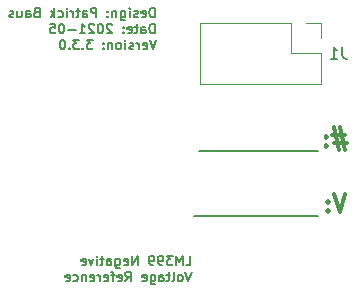
<source format=gbr>
G04 #@! TF.GenerationSoftware,KiCad,Pcbnew,5.1.10*
G04 #@! TF.CreationDate,2021-05-20T12:45:11+02:00*
G04 #@! TF.ProjectId,reference_board,72656665-7265-46e6-9365-5f626f617264,v3.2.2*
G04 #@! TF.SameCoordinates,Original*
G04 #@! TF.FileFunction,Legend,Bot*
G04 #@! TF.FilePolarity,Positive*
%FSLAX46Y46*%
G04 Gerber Fmt 4.6, Leading zero omitted, Abs format (unit mm)*
G04 Created by KiCad (PCBNEW 5.1.10) date 2021-05-20 12:45:11*
%MOMM*%
%LPD*%
G01*
G04 APERTURE LIST*
%ADD10C,0.200000*%
%ADD11C,0.300000*%
%ADD12C,0.150000*%
%ADD13C,0.120000*%
G04 APERTURE END LIST*
D10*
X131000000Y-68000000D02*
X120500000Y-68000000D01*
D11*
X133357142Y-66178571D02*
X132857142Y-67678571D01*
X132357142Y-66178571D01*
X131857142Y-67535714D02*
X131785714Y-67607142D01*
X131857142Y-67678571D01*
X131928571Y-67607142D01*
X131857142Y-67535714D01*
X131857142Y-67678571D01*
X131857142Y-66750000D02*
X131785714Y-66821428D01*
X131857142Y-66892857D01*
X131928571Y-66821428D01*
X131857142Y-66750000D01*
X131857142Y-66892857D01*
D12*
X119831071Y-72186904D02*
X120212023Y-72186904D01*
X120212023Y-71386904D01*
X119564404Y-72186904D02*
X119564404Y-71386904D01*
X119297738Y-71958333D01*
X119031071Y-71386904D01*
X119031071Y-72186904D01*
X118726309Y-71386904D02*
X118231071Y-71386904D01*
X118497738Y-71691666D01*
X118383452Y-71691666D01*
X118307261Y-71729761D01*
X118269166Y-71767857D01*
X118231071Y-71844047D01*
X118231071Y-72034523D01*
X118269166Y-72110714D01*
X118307261Y-72148809D01*
X118383452Y-72186904D01*
X118612023Y-72186904D01*
X118688214Y-72148809D01*
X118726309Y-72110714D01*
X117850119Y-72186904D02*
X117697738Y-72186904D01*
X117621547Y-72148809D01*
X117583452Y-72110714D01*
X117507261Y-71996428D01*
X117469166Y-71844047D01*
X117469166Y-71539285D01*
X117507261Y-71463095D01*
X117545357Y-71425000D01*
X117621547Y-71386904D01*
X117773928Y-71386904D01*
X117850119Y-71425000D01*
X117888214Y-71463095D01*
X117926309Y-71539285D01*
X117926309Y-71729761D01*
X117888214Y-71805952D01*
X117850119Y-71844047D01*
X117773928Y-71882142D01*
X117621547Y-71882142D01*
X117545357Y-71844047D01*
X117507261Y-71805952D01*
X117469166Y-71729761D01*
X117088214Y-72186904D02*
X116935833Y-72186904D01*
X116859642Y-72148809D01*
X116821547Y-72110714D01*
X116745357Y-71996428D01*
X116707261Y-71844047D01*
X116707261Y-71539285D01*
X116745357Y-71463095D01*
X116783452Y-71425000D01*
X116859642Y-71386904D01*
X117012023Y-71386904D01*
X117088214Y-71425000D01*
X117126309Y-71463095D01*
X117164404Y-71539285D01*
X117164404Y-71729761D01*
X117126309Y-71805952D01*
X117088214Y-71844047D01*
X117012023Y-71882142D01*
X116859642Y-71882142D01*
X116783452Y-71844047D01*
X116745357Y-71805952D01*
X116707261Y-71729761D01*
X115754880Y-72186904D02*
X115754880Y-71386904D01*
X115297738Y-72186904D01*
X115297738Y-71386904D01*
X114612023Y-72148809D02*
X114688214Y-72186904D01*
X114840595Y-72186904D01*
X114916785Y-72148809D01*
X114954880Y-72072619D01*
X114954880Y-71767857D01*
X114916785Y-71691666D01*
X114840595Y-71653571D01*
X114688214Y-71653571D01*
X114612023Y-71691666D01*
X114573928Y-71767857D01*
X114573928Y-71844047D01*
X114954880Y-71920238D01*
X113888214Y-71653571D02*
X113888214Y-72301190D01*
X113926309Y-72377380D01*
X113964404Y-72415476D01*
X114040595Y-72453571D01*
X114154880Y-72453571D01*
X114231071Y-72415476D01*
X113888214Y-72148809D02*
X113964404Y-72186904D01*
X114116785Y-72186904D01*
X114192976Y-72148809D01*
X114231071Y-72110714D01*
X114269166Y-72034523D01*
X114269166Y-71805952D01*
X114231071Y-71729761D01*
X114192976Y-71691666D01*
X114116785Y-71653571D01*
X113964404Y-71653571D01*
X113888214Y-71691666D01*
X113164404Y-72186904D02*
X113164404Y-71767857D01*
X113202500Y-71691666D01*
X113278690Y-71653571D01*
X113431071Y-71653571D01*
X113507261Y-71691666D01*
X113164404Y-72148809D02*
X113240595Y-72186904D01*
X113431071Y-72186904D01*
X113507261Y-72148809D01*
X113545357Y-72072619D01*
X113545357Y-71996428D01*
X113507261Y-71920238D01*
X113431071Y-71882142D01*
X113240595Y-71882142D01*
X113164404Y-71844047D01*
X112897738Y-71653571D02*
X112592976Y-71653571D01*
X112783452Y-71386904D02*
X112783452Y-72072619D01*
X112745357Y-72148809D01*
X112669166Y-72186904D01*
X112592976Y-72186904D01*
X112326309Y-72186904D02*
X112326309Y-71653571D01*
X112326309Y-71386904D02*
X112364404Y-71425000D01*
X112326309Y-71463095D01*
X112288214Y-71425000D01*
X112326309Y-71386904D01*
X112326309Y-71463095D01*
X112021547Y-71653571D02*
X111831071Y-72186904D01*
X111640595Y-71653571D01*
X111031071Y-72148809D02*
X111107261Y-72186904D01*
X111259642Y-72186904D01*
X111335833Y-72148809D01*
X111373928Y-72072619D01*
X111373928Y-71767857D01*
X111335833Y-71691666D01*
X111259642Y-71653571D01*
X111107261Y-71653571D01*
X111031071Y-71691666D01*
X110992976Y-71767857D01*
X110992976Y-71844047D01*
X111373928Y-71920238D01*
X120326309Y-72736904D02*
X120059642Y-73536904D01*
X119792976Y-72736904D01*
X119412023Y-73536904D02*
X119488214Y-73498809D01*
X119526309Y-73460714D01*
X119564404Y-73384523D01*
X119564404Y-73155952D01*
X119526309Y-73079761D01*
X119488214Y-73041666D01*
X119412023Y-73003571D01*
X119297738Y-73003571D01*
X119221547Y-73041666D01*
X119183452Y-73079761D01*
X119145357Y-73155952D01*
X119145357Y-73384523D01*
X119183452Y-73460714D01*
X119221547Y-73498809D01*
X119297738Y-73536904D01*
X119412023Y-73536904D01*
X118688214Y-73536904D02*
X118764404Y-73498809D01*
X118802500Y-73422619D01*
X118802500Y-72736904D01*
X118497738Y-73003571D02*
X118192976Y-73003571D01*
X118383452Y-72736904D02*
X118383452Y-73422619D01*
X118345357Y-73498809D01*
X118269166Y-73536904D01*
X118192976Y-73536904D01*
X117583452Y-73536904D02*
X117583452Y-73117857D01*
X117621547Y-73041666D01*
X117697738Y-73003571D01*
X117850119Y-73003571D01*
X117926309Y-73041666D01*
X117583452Y-73498809D02*
X117659642Y-73536904D01*
X117850119Y-73536904D01*
X117926309Y-73498809D01*
X117964404Y-73422619D01*
X117964404Y-73346428D01*
X117926309Y-73270238D01*
X117850119Y-73232142D01*
X117659642Y-73232142D01*
X117583452Y-73194047D01*
X116859642Y-73003571D02*
X116859642Y-73651190D01*
X116897738Y-73727380D01*
X116935833Y-73765476D01*
X117012023Y-73803571D01*
X117126309Y-73803571D01*
X117202500Y-73765476D01*
X116859642Y-73498809D02*
X116935833Y-73536904D01*
X117088214Y-73536904D01*
X117164404Y-73498809D01*
X117202500Y-73460714D01*
X117240595Y-73384523D01*
X117240595Y-73155952D01*
X117202500Y-73079761D01*
X117164404Y-73041666D01*
X117088214Y-73003571D01*
X116935833Y-73003571D01*
X116859642Y-73041666D01*
X116173928Y-73498809D02*
X116250119Y-73536904D01*
X116402500Y-73536904D01*
X116478690Y-73498809D01*
X116516785Y-73422619D01*
X116516785Y-73117857D01*
X116478690Y-73041666D01*
X116402500Y-73003571D01*
X116250119Y-73003571D01*
X116173928Y-73041666D01*
X116135833Y-73117857D01*
X116135833Y-73194047D01*
X116516785Y-73270238D01*
X114726309Y-73536904D02*
X114992976Y-73155952D01*
X115183452Y-73536904D02*
X115183452Y-72736904D01*
X114878690Y-72736904D01*
X114802500Y-72775000D01*
X114764404Y-72813095D01*
X114726309Y-72889285D01*
X114726309Y-73003571D01*
X114764404Y-73079761D01*
X114802500Y-73117857D01*
X114878690Y-73155952D01*
X115183452Y-73155952D01*
X114078690Y-73498809D02*
X114154880Y-73536904D01*
X114307261Y-73536904D01*
X114383452Y-73498809D01*
X114421547Y-73422619D01*
X114421547Y-73117857D01*
X114383452Y-73041666D01*
X114307261Y-73003571D01*
X114154880Y-73003571D01*
X114078690Y-73041666D01*
X114040595Y-73117857D01*
X114040595Y-73194047D01*
X114421547Y-73270238D01*
X113812023Y-73003571D02*
X113507261Y-73003571D01*
X113697738Y-73536904D02*
X113697738Y-72851190D01*
X113659642Y-72775000D01*
X113583452Y-72736904D01*
X113507261Y-72736904D01*
X112935833Y-73498809D02*
X113012023Y-73536904D01*
X113164404Y-73536904D01*
X113240595Y-73498809D01*
X113278690Y-73422619D01*
X113278690Y-73117857D01*
X113240595Y-73041666D01*
X113164404Y-73003571D01*
X113012023Y-73003571D01*
X112935833Y-73041666D01*
X112897738Y-73117857D01*
X112897738Y-73194047D01*
X113278690Y-73270238D01*
X112554880Y-73536904D02*
X112554880Y-73003571D01*
X112554880Y-73155952D02*
X112516785Y-73079761D01*
X112478690Y-73041666D01*
X112402500Y-73003571D01*
X112326309Y-73003571D01*
X111754880Y-73498809D02*
X111831071Y-73536904D01*
X111983452Y-73536904D01*
X112059642Y-73498809D01*
X112097738Y-73422619D01*
X112097738Y-73117857D01*
X112059642Y-73041666D01*
X111983452Y-73003571D01*
X111831071Y-73003571D01*
X111754880Y-73041666D01*
X111716785Y-73117857D01*
X111716785Y-73194047D01*
X112097738Y-73270238D01*
X111373928Y-73003571D02*
X111373928Y-73536904D01*
X111373928Y-73079761D02*
X111335833Y-73041666D01*
X111259642Y-73003571D01*
X111145357Y-73003571D01*
X111069166Y-73041666D01*
X111031071Y-73117857D01*
X111031071Y-73536904D01*
X110307261Y-73498809D02*
X110383452Y-73536904D01*
X110535833Y-73536904D01*
X110612023Y-73498809D01*
X110650119Y-73460714D01*
X110688214Y-73384523D01*
X110688214Y-73155952D01*
X110650119Y-73079761D01*
X110612023Y-73041666D01*
X110535833Y-73003571D01*
X110383452Y-73003571D01*
X110307261Y-73041666D01*
X109659642Y-73498809D02*
X109735833Y-73536904D01*
X109888214Y-73536904D01*
X109964404Y-73498809D01*
X110002500Y-73422619D01*
X110002500Y-73117857D01*
X109964404Y-73041666D01*
X109888214Y-73003571D01*
X109735833Y-73003571D01*
X109659642Y-73041666D01*
X109621547Y-73117857D01*
X109621547Y-73194047D01*
X110002500Y-73270238D01*
D10*
X131000000Y-62500000D02*
X121000000Y-62500000D01*
D11*
X133321428Y-61178571D02*
X132250000Y-61178571D01*
X132892857Y-60535714D02*
X133321428Y-62464285D01*
X132392857Y-61821428D02*
X133464285Y-61821428D01*
X132821428Y-62464285D02*
X132392857Y-60535714D01*
X131750000Y-62035714D02*
X131678571Y-62107142D01*
X131750000Y-62178571D01*
X131821428Y-62107142D01*
X131750000Y-62035714D01*
X131750000Y-62178571D01*
X131750000Y-61250000D02*
X131678571Y-61321428D01*
X131750000Y-61392857D01*
X131821428Y-61321428D01*
X131750000Y-61250000D01*
X131750000Y-61392857D01*
D12*
X117212023Y-51211904D02*
X117212023Y-50411904D01*
X117021547Y-50411904D01*
X116907261Y-50450000D01*
X116831071Y-50526190D01*
X116792976Y-50602380D01*
X116754880Y-50754761D01*
X116754880Y-50869047D01*
X116792976Y-51021428D01*
X116831071Y-51097619D01*
X116907261Y-51173809D01*
X117021547Y-51211904D01*
X117212023Y-51211904D01*
X116107261Y-51173809D02*
X116183452Y-51211904D01*
X116335833Y-51211904D01*
X116412023Y-51173809D01*
X116450119Y-51097619D01*
X116450119Y-50792857D01*
X116412023Y-50716666D01*
X116335833Y-50678571D01*
X116183452Y-50678571D01*
X116107261Y-50716666D01*
X116069166Y-50792857D01*
X116069166Y-50869047D01*
X116450119Y-50945238D01*
X115764404Y-51173809D02*
X115688214Y-51211904D01*
X115535833Y-51211904D01*
X115459642Y-51173809D01*
X115421547Y-51097619D01*
X115421547Y-51059523D01*
X115459642Y-50983333D01*
X115535833Y-50945238D01*
X115650119Y-50945238D01*
X115726309Y-50907142D01*
X115764404Y-50830952D01*
X115764404Y-50792857D01*
X115726309Y-50716666D01*
X115650119Y-50678571D01*
X115535833Y-50678571D01*
X115459642Y-50716666D01*
X115078690Y-51211904D02*
X115078690Y-50678571D01*
X115078690Y-50411904D02*
X115116785Y-50450000D01*
X115078690Y-50488095D01*
X115040595Y-50450000D01*
X115078690Y-50411904D01*
X115078690Y-50488095D01*
X114354880Y-50678571D02*
X114354880Y-51326190D01*
X114392976Y-51402380D01*
X114431071Y-51440476D01*
X114507261Y-51478571D01*
X114621547Y-51478571D01*
X114697738Y-51440476D01*
X114354880Y-51173809D02*
X114431071Y-51211904D01*
X114583452Y-51211904D01*
X114659642Y-51173809D01*
X114697738Y-51135714D01*
X114735833Y-51059523D01*
X114735833Y-50830952D01*
X114697738Y-50754761D01*
X114659642Y-50716666D01*
X114583452Y-50678571D01*
X114431071Y-50678571D01*
X114354880Y-50716666D01*
X113973928Y-50678571D02*
X113973928Y-51211904D01*
X113973928Y-50754761D02*
X113935833Y-50716666D01*
X113859642Y-50678571D01*
X113745357Y-50678571D01*
X113669166Y-50716666D01*
X113631071Y-50792857D01*
X113631071Y-51211904D01*
X113250119Y-51135714D02*
X113212023Y-51173809D01*
X113250119Y-51211904D01*
X113288214Y-51173809D01*
X113250119Y-51135714D01*
X113250119Y-51211904D01*
X113250119Y-50716666D02*
X113212023Y-50754761D01*
X113250119Y-50792857D01*
X113288214Y-50754761D01*
X113250119Y-50716666D01*
X113250119Y-50792857D01*
X112259642Y-51211904D02*
X112259642Y-50411904D01*
X111954880Y-50411904D01*
X111878690Y-50450000D01*
X111840595Y-50488095D01*
X111802500Y-50564285D01*
X111802500Y-50678571D01*
X111840595Y-50754761D01*
X111878690Y-50792857D01*
X111954880Y-50830952D01*
X112259642Y-50830952D01*
X111116785Y-51211904D02*
X111116785Y-50792857D01*
X111154880Y-50716666D01*
X111231071Y-50678571D01*
X111383452Y-50678571D01*
X111459642Y-50716666D01*
X111116785Y-51173809D02*
X111192976Y-51211904D01*
X111383452Y-51211904D01*
X111459642Y-51173809D01*
X111497738Y-51097619D01*
X111497738Y-51021428D01*
X111459642Y-50945238D01*
X111383452Y-50907142D01*
X111192976Y-50907142D01*
X111116785Y-50869047D01*
X110850119Y-50678571D02*
X110545357Y-50678571D01*
X110735833Y-50411904D02*
X110735833Y-51097619D01*
X110697738Y-51173809D01*
X110621547Y-51211904D01*
X110545357Y-51211904D01*
X110278690Y-51211904D02*
X110278690Y-50678571D01*
X110278690Y-50830952D02*
X110240595Y-50754761D01*
X110202500Y-50716666D01*
X110126309Y-50678571D01*
X110050119Y-50678571D01*
X109783452Y-51211904D02*
X109783452Y-50678571D01*
X109783452Y-50411904D02*
X109821547Y-50450000D01*
X109783452Y-50488095D01*
X109745357Y-50450000D01*
X109783452Y-50411904D01*
X109783452Y-50488095D01*
X109059642Y-51173809D02*
X109135833Y-51211904D01*
X109288214Y-51211904D01*
X109364404Y-51173809D01*
X109402500Y-51135714D01*
X109440595Y-51059523D01*
X109440595Y-50830952D01*
X109402500Y-50754761D01*
X109364404Y-50716666D01*
X109288214Y-50678571D01*
X109135833Y-50678571D01*
X109059642Y-50716666D01*
X108716785Y-51211904D02*
X108716785Y-50411904D01*
X108640595Y-50907142D02*
X108412023Y-51211904D01*
X108412023Y-50678571D02*
X108716785Y-50983333D01*
X107192976Y-50792857D02*
X107078690Y-50830952D01*
X107040595Y-50869047D01*
X107002500Y-50945238D01*
X107002500Y-51059523D01*
X107040595Y-51135714D01*
X107078690Y-51173809D01*
X107154880Y-51211904D01*
X107459642Y-51211904D01*
X107459642Y-50411904D01*
X107192976Y-50411904D01*
X107116785Y-50450000D01*
X107078690Y-50488095D01*
X107040595Y-50564285D01*
X107040595Y-50640476D01*
X107078690Y-50716666D01*
X107116785Y-50754761D01*
X107192976Y-50792857D01*
X107459642Y-50792857D01*
X106316785Y-51211904D02*
X106316785Y-50792857D01*
X106354880Y-50716666D01*
X106431071Y-50678571D01*
X106583452Y-50678571D01*
X106659642Y-50716666D01*
X106316785Y-51173809D02*
X106392976Y-51211904D01*
X106583452Y-51211904D01*
X106659642Y-51173809D01*
X106697738Y-51097619D01*
X106697738Y-51021428D01*
X106659642Y-50945238D01*
X106583452Y-50907142D01*
X106392976Y-50907142D01*
X106316785Y-50869047D01*
X105592976Y-50678571D02*
X105592976Y-51211904D01*
X105935833Y-50678571D02*
X105935833Y-51097619D01*
X105897738Y-51173809D01*
X105821547Y-51211904D01*
X105707261Y-51211904D01*
X105631071Y-51173809D01*
X105592976Y-51135714D01*
X105250119Y-51173809D02*
X105173928Y-51211904D01*
X105021547Y-51211904D01*
X104945357Y-51173809D01*
X104907261Y-51097619D01*
X104907261Y-51059523D01*
X104945357Y-50983333D01*
X105021547Y-50945238D01*
X105135833Y-50945238D01*
X105212023Y-50907142D01*
X105250119Y-50830952D01*
X105250119Y-50792857D01*
X105212023Y-50716666D01*
X105135833Y-50678571D01*
X105021547Y-50678571D01*
X104945357Y-50716666D01*
X117212023Y-52561904D02*
X117212023Y-51761904D01*
X117021547Y-51761904D01*
X116907261Y-51800000D01*
X116831071Y-51876190D01*
X116792976Y-51952380D01*
X116754880Y-52104761D01*
X116754880Y-52219047D01*
X116792976Y-52371428D01*
X116831071Y-52447619D01*
X116907261Y-52523809D01*
X117021547Y-52561904D01*
X117212023Y-52561904D01*
X116069166Y-52561904D02*
X116069166Y-52142857D01*
X116107261Y-52066666D01*
X116183452Y-52028571D01*
X116335833Y-52028571D01*
X116412023Y-52066666D01*
X116069166Y-52523809D02*
X116145357Y-52561904D01*
X116335833Y-52561904D01*
X116412023Y-52523809D01*
X116450119Y-52447619D01*
X116450119Y-52371428D01*
X116412023Y-52295238D01*
X116335833Y-52257142D01*
X116145357Y-52257142D01*
X116069166Y-52219047D01*
X115802500Y-52028571D02*
X115497738Y-52028571D01*
X115688214Y-51761904D02*
X115688214Y-52447619D01*
X115650119Y-52523809D01*
X115573928Y-52561904D01*
X115497738Y-52561904D01*
X114926309Y-52523809D02*
X115002500Y-52561904D01*
X115154880Y-52561904D01*
X115231071Y-52523809D01*
X115269166Y-52447619D01*
X115269166Y-52142857D01*
X115231071Y-52066666D01*
X115154880Y-52028571D01*
X115002500Y-52028571D01*
X114926309Y-52066666D01*
X114888214Y-52142857D01*
X114888214Y-52219047D01*
X115269166Y-52295238D01*
X114545357Y-52485714D02*
X114507261Y-52523809D01*
X114545357Y-52561904D01*
X114583452Y-52523809D01*
X114545357Y-52485714D01*
X114545357Y-52561904D01*
X114545357Y-52066666D02*
X114507261Y-52104761D01*
X114545357Y-52142857D01*
X114583452Y-52104761D01*
X114545357Y-52066666D01*
X114545357Y-52142857D01*
X113592976Y-51838095D02*
X113554880Y-51800000D01*
X113478690Y-51761904D01*
X113288214Y-51761904D01*
X113212023Y-51800000D01*
X113173928Y-51838095D01*
X113135833Y-51914285D01*
X113135833Y-51990476D01*
X113173928Y-52104761D01*
X113631071Y-52561904D01*
X113135833Y-52561904D01*
X112640595Y-51761904D02*
X112564404Y-51761904D01*
X112488214Y-51800000D01*
X112450119Y-51838095D01*
X112412023Y-51914285D01*
X112373928Y-52066666D01*
X112373928Y-52257142D01*
X112412023Y-52409523D01*
X112450119Y-52485714D01*
X112488214Y-52523809D01*
X112564404Y-52561904D01*
X112640595Y-52561904D01*
X112716785Y-52523809D01*
X112754880Y-52485714D01*
X112792976Y-52409523D01*
X112831071Y-52257142D01*
X112831071Y-52066666D01*
X112792976Y-51914285D01*
X112754880Y-51838095D01*
X112716785Y-51800000D01*
X112640595Y-51761904D01*
X112069166Y-51838095D02*
X112031071Y-51800000D01*
X111954880Y-51761904D01*
X111764404Y-51761904D01*
X111688214Y-51800000D01*
X111650119Y-51838095D01*
X111612023Y-51914285D01*
X111612023Y-51990476D01*
X111650119Y-52104761D01*
X112107261Y-52561904D01*
X111612023Y-52561904D01*
X110850119Y-52561904D02*
X111307261Y-52561904D01*
X111078690Y-52561904D02*
X111078690Y-51761904D01*
X111154880Y-51876190D01*
X111231071Y-51952380D01*
X111307261Y-51990476D01*
X110507261Y-52257142D02*
X109897738Y-52257142D01*
X109364404Y-51761904D02*
X109288214Y-51761904D01*
X109212023Y-51800000D01*
X109173928Y-51838095D01*
X109135833Y-51914285D01*
X109097738Y-52066666D01*
X109097738Y-52257142D01*
X109135833Y-52409523D01*
X109173928Y-52485714D01*
X109212023Y-52523809D01*
X109288214Y-52561904D01*
X109364404Y-52561904D01*
X109440595Y-52523809D01*
X109478690Y-52485714D01*
X109516785Y-52409523D01*
X109554880Y-52257142D01*
X109554880Y-52066666D01*
X109516785Y-51914285D01*
X109478690Y-51838095D01*
X109440595Y-51800000D01*
X109364404Y-51761904D01*
X108373928Y-51761904D02*
X108754880Y-51761904D01*
X108792976Y-52142857D01*
X108754880Y-52104761D01*
X108678690Y-52066666D01*
X108488214Y-52066666D01*
X108412023Y-52104761D01*
X108373928Y-52142857D01*
X108335833Y-52219047D01*
X108335833Y-52409523D01*
X108373928Y-52485714D01*
X108412023Y-52523809D01*
X108488214Y-52561904D01*
X108678690Y-52561904D01*
X108754880Y-52523809D01*
X108792976Y-52485714D01*
X117326309Y-53111904D02*
X117059642Y-53911904D01*
X116792976Y-53111904D01*
X116221547Y-53873809D02*
X116297738Y-53911904D01*
X116450119Y-53911904D01*
X116526309Y-53873809D01*
X116564404Y-53797619D01*
X116564404Y-53492857D01*
X116526309Y-53416666D01*
X116450119Y-53378571D01*
X116297738Y-53378571D01*
X116221547Y-53416666D01*
X116183452Y-53492857D01*
X116183452Y-53569047D01*
X116564404Y-53645238D01*
X115840595Y-53911904D02*
X115840595Y-53378571D01*
X115840595Y-53530952D02*
X115802500Y-53454761D01*
X115764404Y-53416666D01*
X115688214Y-53378571D01*
X115612023Y-53378571D01*
X115383452Y-53873809D02*
X115307261Y-53911904D01*
X115154880Y-53911904D01*
X115078690Y-53873809D01*
X115040595Y-53797619D01*
X115040595Y-53759523D01*
X115078690Y-53683333D01*
X115154880Y-53645238D01*
X115269166Y-53645238D01*
X115345357Y-53607142D01*
X115383452Y-53530952D01*
X115383452Y-53492857D01*
X115345357Y-53416666D01*
X115269166Y-53378571D01*
X115154880Y-53378571D01*
X115078690Y-53416666D01*
X114697738Y-53911904D02*
X114697738Y-53378571D01*
X114697738Y-53111904D02*
X114735833Y-53150000D01*
X114697738Y-53188095D01*
X114659642Y-53150000D01*
X114697738Y-53111904D01*
X114697738Y-53188095D01*
X114202500Y-53911904D02*
X114278690Y-53873809D01*
X114316785Y-53835714D01*
X114354880Y-53759523D01*
X114354880Y-53530952D01*
X114316785Y-53454761D01*
X114278690Y-53416666D01*
X114202500Y-53378571D01*
X114088214Y-53378571D01*
X114012023Y-53416666D01*
X113973928Y-53454761D01*
X113935833Y-53530952D01*
X113935833Y-53759523D01*
X113973928Y-53835714D01*
X114012023Y-53873809D01*
X114088214Y-53911904D01*
X114202500Y-53911904D01*
X113592976Y-53378571D02*
X113592976Y-53911904D01*
X113592976Y-53454761D02*
X113554880Y-53416666D01*
X113478690Y-53378571D01*
X113364404Y-53378571D01*
X113288214Y-53416666D01*
X113250119Y-53492857D01*
X113250119Y-53911904D01*
X112869166Y-53835714D02*
X112831071Y-53873809D01*
X112869166Y-53911904D01*
X112907261Y-53873809D01*
X112869166Y-53835714D01*
X112869166Y-53911904D01*
X112869166Y-53416666D02*
X112831071Y-53454761D01*
X112869166Y-53492857D01*
X112907261Y-53454761D01*
X112869166Y-53416666D01*
X112869166Y-53492857D01*
X111954880Y-53111904D02*
X111459642Y-53111904D01*
X111726309Y-53416666D01*
X111612023Y-53416666D01*
X111535833Y-53454761D01*
X111497738Y-53492857D01*
X111459642Y-53569047D01*
X111459642Y-53759523D01*
X111497738Y-53835714D01*
X111535833Y-53873809D01*
X111612023Y-53911904D01*
X111840595Y-53911904D01*
X111916785Y-53873809D01*
X111954880Y-53835714D01*
X111116785Y-53835714D02*
X111078690Y-53873809D01*
X111116785Y-53911904D01*
X111154880Y-53873809D01*
X111116785Y-53835714D01*
X111116785Y-53911904D01*
X110812023Y-53111904D02*
X110316785Y-53111904D01*
X110583452Y-53416666D01*
X110469166Y-53416666D01*
X110392976Y-53454761D01*
X110354880Y-53492857D01*
X110316785Y-53569047D01*
X110316785Y-53759523D01*
X110354880Y-53835714D01*
X110392976Y-53873809D01*
X110469166Y-53911904D01*
X110697738Y-53911904D01*
X110773928Y-53873809D01*
X110812023Y-53835714D01*
X109973928Y-53835714D02*
X109935833Y-53873809D01*
X109973928Y-53911904D01*
X110012023Y-53873809D01*
X109973928Y-53835714D01*
X109973928Y-53911904D01*
X109440595Y-53111904D02*
X109364404Y-53111904D01*
X109288214Y-53150000D01*
X109250119Y-53188095D01*
X109212023Y-53264285D01*
X109173928Y-53416666D01*
X109173928Y-53607142D01*
X109212023Y-53759523D01*
X109250119Y-53835714D01*
X109288214Y-53873809D01*
X109364404Y-53911904D01*
X109440595Y-53911904D01*
X109516785Y-53873809D01*
X109554880Y-53835714D01*
X109592976Y-53759523D01*
X109631071Y-53607142D01*
X109631071Y-53416666D01*
X109592976Y-53264285D01*
X109554880Y-53188095D01*
X109516785Y-53150000D01*
X109440595Y-53111904D01*
D13*
X131330000Y-56870000D02*
X131330000Y-54270000D01*
X131330000Y-56870000D02*
X121050000Y-56870000D01*
X121050000Y-56870000D02*
X121050000Y-51670000D01*
X128730000Y-51670000D02*
X121050000Y-51670000D01*
X128730000Y-54270000D02*
X128730000Y-51670000D01*
X131330000Y-54270000D02*
X128730000Y-54270000D01*
X131330000Y-51670000D02*
X130000000Y-51670000D01*
X131330000Y-53000000D02*
X131330000Y-51670000D01*
D12*
X133103333Y-53722380D02*
X133103333Y-54436666D01*
X133150952Y-54579523D01*
X133246190Y-54674761D01*
X133389047Y-54722380D01*
X133484285Y-54722380D01*
X132103333Y-54722380D02*
X132674761Y-54722380D01*
X132389047Y-54722380D02*
X132389047Y-53722380D01*
X132484285Y-53865238D01*
X132579523Y-53960476D01*
X132674761Y-54008095D01*
M02*

</source>
